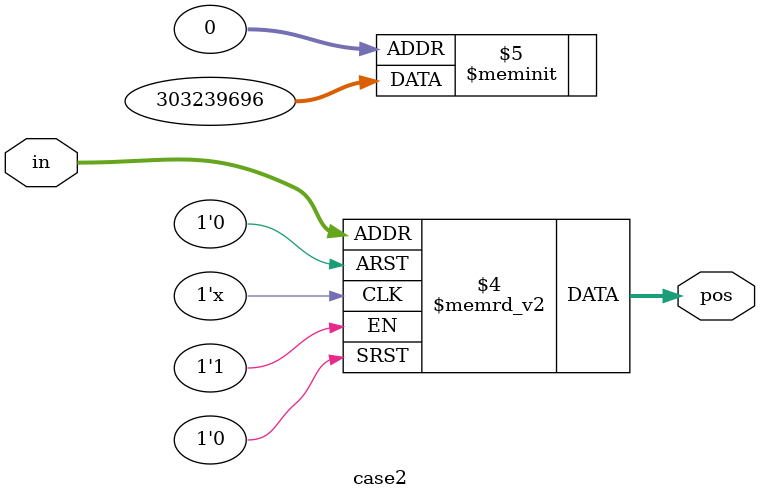
<source format=sv>
module case2(
    input [3 : 0] in,
    output[1 : 0] pos
);

	// 代码量预计20行
    reg [1 : 0] pos;

	 always@(*)          
         case(in)
            4'd0  : pos = 0;
            4'd1  : pos = 0;
            4'd2  : pos = 1;
            4'd3  : pos = 0;
            4'd4  : pos = 2;
            4'd5  : pos = 0;
            4'd6  : pos = 1;
            4'd7  : pos = 0;
            4'd8  : pos = 3;
            4'd9  : pos = 0;
            4'd10 : pos = 1;
            4'd11 : pos = 0;
            4'd12 : pos = 2;
            4'd13 : pos = 0;
            4'd14 : pos = 1;
            4'd15 : pos = 0;
        endcase

endmodule

</source>
